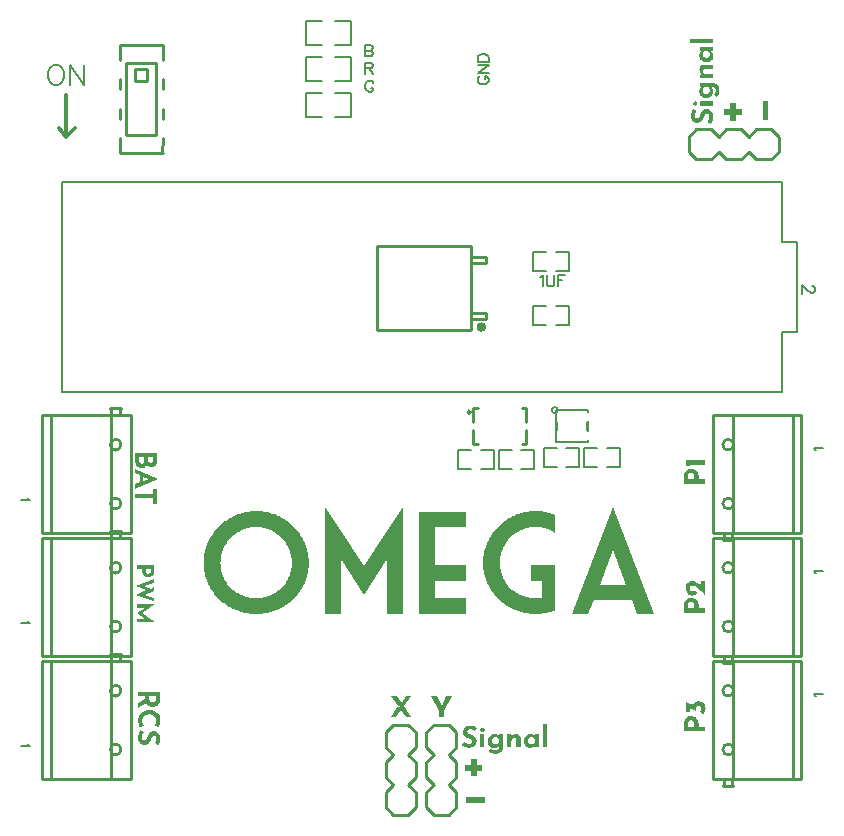
<source format=gto>
G04 Layer: TopSilkLayer*
G04 EasyEDA v6.4.5, 2020-09-03T12:26:06--7:00*
G04 e5bad7cf5beb4b60abe831444af73797,95dd31e7bbc04d03a1fa04b442bf807f,10*
G04 Gerber Generator version 0.2*
G04 Scale: 100 percent, Rotated: No, Reflected: No *
G04 Dimensions in millimeters *
G04 leading zeros omitted , absolute positions ,3 integer and 3 decimal *
%FSLAX33Y33*%
%MOMM*%
G90*
G71D02*

%ADD10C,0.254000*%
%ADD11C,0.399999*%
%ADD12C,0.299999*%
%ADD33C,0.200000*%
%ADD34C,0.199898*%
%ADD35C,0.160000*%
%ADD36C,0.203200*%
%ADD37C,0.159995*%
%ADD38C,0.152400*%

%LPD*%
G54D12*
G01X2794Y62206D02*
G01X2794Y58650D01*
G01X3556Y59412D01*
G01X2794Y58650D02*
G01X2159Y59412D01*
G54D33*
G01X43415Y42760D02*
G01X42315Y42760D01*
G01X42315Y44361D01*
G01X43415Y44361D01*
G01X44215Y42760D02*
G01X45315Y42760D01*
G01X45315Y43760D01*
G01X45315Y44361D01*
G01X44215Y44361D01*
G01X37864Y32169D02*
G01X38964Y32169D01*
G01X38964Y30568D01*
G01X37864Y30568D01*
G01X37064Y32169D02*
G01X35964Y32169D01*
G01X35964Y31169D01*
G01X35964Y30568D01*
G01X37064Y30568D01*
G01X41293Y32169D02*
G01X42393Y32169D01*
G01X42393Y30568D01*
G01X41293Y30568D01*
G01X40493Y32169D02*
G01X39393Y32169D01*
G01X39393Y31169D01*
G01X39393Y30568D01*
G01X40493Y30568D01*
G01X48532Y32296D02*
G01X49632Y32296D01*
G01X49632Y30695D01*
G01X48532Y30695D01*
G01X47732Y32296D02*
G01X46632Y32296D01*
G01X46632Y31296D01*
G01X46632Y30695D01*
G01X47732Y30695D01*
G01X44304Y30695D02*
G01X43204Y30695D01*
G01X43204Y32296D01*
G01X44304Y32296D01*
G01X45104Y30695D02*
G01X46204Y30695D01*
G01X46204Y31695D01*
G01X46204Y32296D01*
G01X45104Y32296D01*
G54D10*
G01X37247Y35662D02*
G01X37642Y35662D01*
G01X41355Y35662D02*
G01X41747Y35662D01*
G01X41747Y35662D02*
G01X41747Y34518D01*
G01X41747Y33807D02*
G01X41747Y32663D01*
G01X41747Y32663D02*
G01X41355Y32663D01*
G01X37642Y32663D02*
G01X37247Y32663D01*
G01X37247Y32663D02*
G01X37247Y33807D01*
G01X37247Y34518D02*
G01X37247Y35662D01*
G01X31750Y3810D02*
G01X32385Y3175D01*
G01X32385Y3175D02*
G01X32385Y1905D01*
G01X32385Y1905D02*
G01X31750Y1270D01*
G01X30480Y1270D02*
G01X29845Y1905D01*
G01X29845Y1905D02*
G01X29845Y3175D01*
G01X29845Y3175D02*
G01X30480Y3810D01*
G01X32385Y8255D02*
G01X32385Y6985D01*
G01X32385Y6985D02*
G01X31750Y6350D01*
G01X30480Y6350D02*
G01X29845Y6985D01*
G01X31750Y6350D02*
G01X32385Y5715D01*
G01X32385Y5715D02*
G01X32385Y4445D01*
G01X32385Y4445D02*
G01X31750Y3810D01*
G01X30480Y3810D02*
G01X29845Y4445D01*
G01X29845Y4445D02*
G01X29845Y5715D01*
G01X29845Y5715D02*
G01X30480Y6350D01*
G01X31750Y8890D02*
G01X30480Y8890D01*
G01X32385Y8255D02*
G01X31750Y8890D01*
G01X30480Y8890D02*
G01X29845Y8255D01*
G01X29845Y6985D02*
G01X29845Y8255D01*
G01X31750Y1270D02*
G01X30480Y1270D01*
G01X35179Y3810D02*
G01X35814Y3175D01*
G01X35814Y3175D02*
G01X35814Y1905D01*
G01X35814Y1905D02*
G01X35179Y1270D01*
G01X33909Y1270D02*
G01X33274Y1905D01*
G01X33274Y1905D02*
G01X33274Y3175D01*
G01X33274Y3175D02*
G01X33909Y3810D01*
G01X35814Y8255D02*
G01X35814Y6985D01*
G01X35814Y6985D02*
G01X35179Y6350D01*
G01X33909Y6350D02*
G01X33274Y6985D01*
G01X35179Y6350D02*
G01X35814Y5715D01*
G01X35814Y5715D02*
G01X35814Y4445D01*
G01X35814Y4445D02*
G01X35179Y3810D01*
G01X33909Y3810D02*
G01X33274Y4445D01*
G01X33274Y4445D02*
G01X33274Y5715D01*
G01X33274Y5715D02*
G01X33909Y6350D01*
G01X35179Y8890D02*
G01X33909Y8890D01*
G01X35814Y8255D02*
G01X35179Y8890D01*
G01X33909Y8890D02*
G01X33274Y8255D01*
G01X33274Y6985D02*
G01X33274Y8255D01*
G01X35179Y1270D02*
G01X33909Y1270D01*
G01X60579Y58674D02*
G01X61214Y59309D01*
G01X61214Y59309D02*
G01X62484Y59309D01*
G01X62484Y59309D02*
G01X63119Y58674D01*
G01X63119Y57404D02*
G01X62484Y56769D01*
G01X62484Y56769D02*
G01X61214Y56769D01*
G01X61214Y56769D02*
G01X60579Y57404D01*
G01X56134Y59309D02*
G01X57404Y59309D01*
G01X57404Y59309D02*
G01X58039Y58674D01*
G01X58039Y57404D02*
G01X57404Y56769D01*
G01X58039Y58674D02*
G01X58674Y59309D01*
G01X58674Y59309D02*
G01X59944Y59309D01*
G01X59944Y59309D02*
G01X60579Y58674D01*
G01X60579Y57404D02*
G01X59944Y56769D01*
G01X59944Y56769D02*
G01X58674Y56769D01*
G01X58674Y56769D02*
G01X58039Y57404D01*
G01X55499Y58674D02*
G01X55499Y57404D01*
G01X56134Y59309D02*
G01X55499Y58674D01*
G01X55499Y57404D02*
G01X56134Y56769D01*
G01X57404Y56769D02*
G01X56134Y56769D01*
G01X63119Y58674D02*
G01X63119Y57404D01*
G01X37030Y43247D02*
G01X38330Y43247D01*
G01X38330Y43747D01*
G01X37030Y43747D01*
G01X37026Y47970D02*
G01X38326Y47970D01*
G01X38326Y48470D01*
G01X37026Y48470D01*
G01X29081Y42274D02*
G01X37030Y42274D01*
G01X37030Y49420D01*
G01X29081Y49420D01*
G01X29081Y42274D01*
G01X8636Y64389D02*
G01X9652Y64389D01*
G01X9652Y63373D01*
G01X8636Y63373D01*
G01X8636Y64389D01*
G01X7874Y64897D02*
G01X10414Y64897D01*
G01X10414Y58801D01*
G01X7874Y58801D01*
G01X7874Y64897D01*
G01X10944Y66448D02*
G01X10944Y65174D01*
G01X10944Y63523D02*
G01X10944Y62674D01*
G01X10944Y61023D02*
G01X10944Y60174D01*
G01X10944Y58523D02*
G01X10922Y57277D01*
G01X7366Y57277D02*
G01X7366Y58529D01*
G01X7366Y60168D02*
G01X7366Y61029D01*
G01X7366Y62668D02*
G01X7366Y63529D01*
G01X7366Y65168D02*
G01X7366Y66448D01*
G01X10944Y66448D02*
G01X7366Y66448D01*
G01X7366Y57277D02*
G01X10944Y57277D01*
G54D34*
G01X25573Y63354D02*
G01X26893Y63354D01*
G01X26893Y65424D01*
G01X25573Y65424D01*
G01X24441Y63354D02*
G01X23121Y63354D01*
G01X23121Y65424D01*
G01X24441Y65424D01*
G54D33*
G01X43415Y47332D02*
G01X42315Y47332D01*
G01X42315Y48933D01*
G01X43415Y48933D01*
G01X44215Y47332D02*
G01X45315Y47332D01*
G01X45315Y48332D01*
G01X45315Y48933D01*
G01X44215Y48933D01*
G54D35*
G01X46922Y32959D02*
G01X46922Y32822D01*
G01X44212Y32822D01*
G01X46922Y34559D02*
G01X46922Y33766D01*
G01X44212Y35513D02*
G01X46922Y35513D01*
G01X46922Y35366D01*
G01X44212Y32803D02*
G01X44212Y35513D01*
G01X46872Y33847D02*
G01X46872Y34478D01*
G01X44313Y34478D02*
G01X44313Y33847D01*
G54D34*
G01X25573Y66402D02*
G01X26893Y66402D01*
G01X26893Y68472D01*
G01X25573Y68472D01*
G01X24441Y66402D02*
G01X23121Y66402D01*
G01X23121Y68472D01*
G01X24441Y68472D01*
G01X25573Y60306D02*
G01X26893Y60306D01*
G01X26893Y62376D01*
G01X25573Y62376D01*
G01X24441Y60306D02*
G01X23121Y60306D01*
G01X23121Y62376D01*
G01X24441Y62376D01*
G54D10*
G01X57505Y14681D02*
G01X57505Y24688D01*
G01X57505Y24688D02*
G01X59232Y24688D01*
G01X59232Y24688D02*
G01X64287Y24688D01*
G01X64287Y24688D02*
G01X65024Y24688D01*
G01X65024Y24688D02*
G01X65024Y14681D01*
G01X65024Y14681D02*
G01X64287Y14681D01*
G01X64287Y14681D02*
G01X59232Y14681D01*
G01X59232Y14681D02*
G01X59105Y14681D01*
G01X59105Y14681D02*
G01X58521Y14681D01*
G01X58521Y14681D02*
G01X57505Y14681D01*
G01X58521Y14681D02*
G01X58369Y14097D01*
G01X58369Y14097D02*
G01X59258Y14097D01*
G01X59258Y14097D02*
G01X59105Y14681D01*
G01X59232Y14681D02*
G01X59232Y24688D01*
G01X64287Y14681D02*
G01X64287Y24688D01*
G01X57505Y25095D02*
G01X57505Y35102D01*
G01X57505Y35102D02*
G01X59232Y35102D01*
G01X59232Y35102D02*
G01X64287Y35102D01*
G01X64287Y35102D02*
G01X65024Y35102D01*
G01X65024Y35102D02*
G01X65024Y25095D01*
G01X65024Y25095D02*
G01X64287Y25095D01*
G01X64287Y25095D02*
G01X59232Y25095D01*
G01X59232Y25095D02*
G01X59105Y25095D01*
G01X59105Y25095D02*
G01X58521Y25095D01*
G01X58521Y25095D02*
G01X57505Y25095D01*
G01X58521Y25095D02*
G01X58369Y24511D01*
G01X58369Y24511D02*
G01X59258Y24511D01*
G01X59258Y24511D02*
G01X59105Y25095D01*
G01X59232Y25095D02*
G01X59232Y35102D01*
G01X64287Y25095D02*
G01X64287Y35102D01*
G01X57505Y4267D02*
G01X57505Y14274D01*
G01X57505Y14274D02*
G01X59232Y14274D01*
G01X59232Y14274D02*
G01X64287Y14274D01*
G01X64287Y14274D02*
G01X65024Y14274D01*
G01X65024Y14274D02*
G01X65024Y4267D01*
G01X65024Y4267D02*
G01X64287Y4267D01*
G01X64287Y4267D02*
G01X59232Y4267D01*
G01X59232Y4267D02*
G01X59105Y4267D01*
G01X59105Y4267D02*
G01X58521Y4267D01*
G01X58521Y4267D02*
G01X57505Y4267D01*
G01X58521Y4267D02*
G01X58369Y3683D01*
G01X58369Y3683D02*
G01X59258Y3683D01*
G01X59258Y3683D02*
G01X59105Y4267D01*
G01X59232Y4267D02*
G01X59232Y14274D01*
G01X64287Y4267D02*
G01X64287Y14274D01*
G01X8280Y35102D02*
G01X8280Y25095D01*
G01X8280Y25095D02*
G01X6553Y25095D01*
G01X6553Y25095D02*
G01X1498Y25095D01*
G01X1498Y25095D02*
G01X762Y25095D01*
G01X762Y25095D02*
G01X762Y35102D01*
G01X762Y35102D02*
G01X1498Y35102D01*
G01X1498Y35102D02*
G01X6553Y35102D01*
G01X6553Y35102D02*
G01X6680Y35102D01*
G01X6680Y35102D02*
G01X7264Y35102D01*
G01X7264Y35102D02*
G01X8280Y35102D01*
G01X7264Y35102D02*
G01X7416Y35687D01*
G01X7416Y35687D02*
G01X6527Y35687D01*
G01X6527Y35687D02*
G01X6680Y35102D01*
G01X6553Y35102D02*
G01X6553Y25095D01*
G01X1498Y35102D02*
G01X1498Y25095D01*
G01X8280Y24688D02*
G01X8280Y14681D01*
G01X8280Y14681D02*
G01X6553Y14681D01*
G01X6553Y14681D02*
G01X1498Y14681D01*
G01X1498Y14681D02*
G01X762Y14681D01*
G01X762Y14681D02*
G01X762Y24688D01*
G01X762Y24688D02*
G01X1498Y24688D01*
G01X1498Y24688D02*
G01X6553Y24688D01*
G01X6553Y24688D02*
G01X6680Y24688D01*
G01X6680Y24688D02*
G01X7264Y24688D01*
G01X7264Y24688D02*
G01X8280Y24688D01*
G01X7264Y24688D02*
G01X7416Y25273D01*
G01X7416Y25273D02*
G01X6527Y25273D01*
G01X6527Y25273D02*
G01X6680Y24688D01*
G01X6553Y24688D02*
G01X6553Y14681D01*
G01X1498Y24688D02*
G01X1498Y14681D01*
G01X8280Y14274D02*
G01X8280Y4267D01*
G01X8280Y4267D02*
G01X6553Y4267D01*
G01X6553Y4267D02*
G01X1498Y4267D01*
G01X1498Y4267D02*
G01X762Y4267D01*
G01X762Y4267D02*
G01X762Y14274D01*
G01X762Y14274D02*
G01X1498Y14274D01*
G01X1498Y14274D02*
G01X6553Y14274D01*
G01X6553Y14274D02*
G01X6680Y14274D01*
G01X6680Y14274D02*
G01X7264Y14274D01*
G01X7264Y14274D02*
G01X8280Y14274D01*
G01X7264Y14274D02*
G01X7416Y14859D01*
G01X7416Y14859D02*
G01X6527Y14859D01*
G01X6527Y14859D02*
G01X6680Y14274D01*
G01X6553Y14274D02*
G01X6553Y4267D01*
G01X1498Y14274D02*
G01X1498Y4267D01*
G54D36*
G01X64614Y49785D02*
G01X64614Y42165D01*
G01X63344Y42165D01*
G01X63344Y37085D01*
G01X2384Y37085D01*
G01X2384Y54865D01*
G01X63344Y54865D01*
G01X63344Y49785D01*
G01X64614Y49785D01*

%LPD*%
G36*
G01X56896Y31272D02*
G01X55237Y31272D01*
G01X55237Y30774D01*
G01X55587Y30774D01*
G01X55587Y30906D01*
G01X56896Y30906D01*
G01X56896Y31272D01*
G37*

%LPD*%
G36*
G01X55732Y30559D02*
G01X55676Y30561D01*
G01X55499Y30540D01*
G01X55346Y30480D01*
G01X55224Y30377D01*
G01X55133Y30238D01*
G01X55099Y30155D01*
G01X55076Y30063D01*
G01X55061Y29963D01*
G01X55057Y29855D01*
G01X55057Y29296D01*
G01X56896Y29296D01*
G01X56896Y29659D01*
G01X56314Y29659D01*
G01X56314Y29918D01*
G01X56300Y30084D01*
G01X56258Y30223D01*
G01X56191Y30333D01*
G01X56108Y30421D01*
G01X56061Y30455D01*
G01X56011Y30485D01*
G01X55958Y30508D01*
G01X55902Y30528D01*
G01X55845Y30542D01*
G01X55789Y30553D01*
G01X55732Y30559D01*
G37*

%LPC*%
G36*
G01X55704Y30197D02*
G01X55686Y30198D01*
G01X55671Y30197D01*
G01X55654Y30196D01*
G01X55635Y30193D01*
G01X55613Y30190D01*
G01X55589Y30185D01*
G01X55565Y30177D01*
G01X55542Y30167D01*
G01X55519Y30154D01*
G01X55495Y30139D01*
G01X55475Y30119D01*
G01X55455Y30097D01*
G01X55438Y30071D01*
G01X55423Y30040D01*
G01X55413Y30005D01*
G01X55407Y29964D01*
G01X55405Y29918D01*
G01X55405Y29659D01*
G01X55961Y29659D01*
G01X55961Y29916D01*
G01X55959Y29956D01*
G01X55954Y29992D01*
G01X55945Y30024D01*
G01X55933Y30053D01*
G01X55917Y30079D01*
G01X55899Y30102D01*
G01X55880Y30122D01*
G01X55859Y30139D01*
G01X55837Y30154D01*
G01X55815Y30167D01*
G01X55792Y30177D01*
G01X55768Y30185D01*
G01X55744Y30190D01*
G01X55724Y30195D01*
G01X55704Y30197D01*
G37*

%LPD*%

%LPD*%
G36*
G01X56896Y21059D02*
G01X56545Y21059D01*
G01X56545Y20648D01*
G01X56492Y20691D01*
G01X56393Y20769D01*
G01X56343Y20807D01*
G01X56293Y20843D01*
G01X56243Y20877D01*
G01X56192Y20909D01*
G01X56141Y20938D01*
G01X56090Y20963D01*
G01X56038Y20986D01*
G01X55986Y21005D01*
G01X55932Y21020D01*
G01X55878Y21030D01*
G01X55823Y21036D01*
G01X55768Y21038D01*
G01X55630Y21021D01*
G01X55499Y20967D01*
G01X55386Y20882D01*
G01X55295Y20769D01*
G01X55238Y20631D01*
G01X55219Y20469D01*
G01X55239Y20275D01*
G01X55298Y20114D01*
G01X55390Y19984D01*
G01X55504Y19890D01*
G01X55631Y19833D01*
G01X55765Y19814D01*
G01X55798Y19816D01*
G01X55834Y19821D01*
G01X55874Y19828D01*
G01X55918Y19839D01*
G01X55963Y19855D01*
G01X56007Y19873D01*
G01X56049Y19894D01*
G01X56090Y19918D01*
G01X56129Y19945D01*
G01X56161Y19975D01*
G01X56187Y20007D01*
G01X56207Y20043D01*
G01X56007Y20264D01*
G01X55982Y20242D01*
G01X55955Y20223D01*
G01X55927Y20206D01*
G01X55897Y20193D01*
G01X55866Y20181D01*
G01X55831Y20173D01*
G01X55795Y20169D01*
G01X55755Y20167D01*
G01X55738Y20168D01*
G01X55721Y20171D01*
G01X55705Y20176D01*
G01X55689Y20182D01*
G01X55673Y20192D01*
G01X55658Y20203D01*
G01X55642Y20215D01*
G01X55628Y20228D01*
G01X55615Y20244D01*
G01X55603Y20262D01*
G01X55593Y20282D01*
G01X55585Y20304D01*
G01X55577Y20328D01*
G01X55572Y20353D01*
G01X55568Y20378D01*
G01X55567Y20406D01*
G01X55568Y20434D01*
G01X55572Y20461D01*
G01X55577Y20486D01*
G01X55585Y20510D01*
G01X55593Y20532D01*
G01X55604Y20553D01*
G01X55616Y20573D01*
G01X55631Y20591D01*
G01X55647Y20607D01*
G01X55664Y20620D01*
G01X55683Y20632D01*
G01X55704Y20642D01*
G01X55726Y20651D01*
G01X55748Y20657D01*
G01X55772Y20661D01*
G01X55798Y20662D01*
G01X55920Y20646D01*
G01X56045Y20596D01*
G01X56175Y20518D01*
G01X56309Y20416D01*
G01X56378Y20357D01*
G01X56448Y20295D01*
G01X56519Y20229D01*
G01X56591Y20159D01*
G01X56665Y20087D01*
G01X56741Y20014D01*
G01X56817Y19939D01*
G01X56896Y19862D01*
G01X56896Y21059D01*
G37*

%LPD*%
G36*
G01X55732Y19637D02*
G01X55676Y19639D01*
G01X55499Y19618D01*
G01X55346Y19558D01*
G01X55224Y19455D01*
G01X55133Y19316D01*
G01X55099Y19233D01*
G01X55076Y19141D01*
G01X55061Y19041D01*
G01X55057Y18933D01*
G01X55057Y18374D01*
G01X56896Y18374D01*
G01X56896Y18737D01*
G01X56314Y18737D01*
G01X56314Y18996D01*
G01X56300Y19162D01*
G01X56258Y19301D01*
G01X56191Y19411D01*
G01X56108Y19499D01*
G01X56061Y19533D01*
G01X56011Y19563D01*
G01X55958Y19586D01*
G01X55902Y19606D01*
G01X55845Y19620D01*
G01X55789Y19631D01*
G01X55732Y19637D01*
G37*

%LPC*%
G36*
G01X55704Y19275D02*
G01X55686Y19276D01*
G01X55671Y19275D01*
G01X55654Y19274D01*
G01X55635Y19271D01*
G01X55613Y19268D01*
G01X55589Y19263D01*
G01X55565Y19255D01*
G01X55542Y19245D01*
G01X55519Y19232D01*
G01X55495Y19217D01*
G01X55475Y19197D01*
G01X55455Y19175D01*
G01X55438Y19149D01*
G01X55423Y19118D01*
G01X55413Y19083D01*
G01X55407Y19042D01*
G01X55405Y18996D01*
G01X55405Y18737D01*
G01X55961Y18737D01*
G01X55961Y18994D01*
G01X55959Y19034D01*
G01X55954Y19070D01*
G01X55945Y19102D01*
G01X55933Y19131D01*
G01X55917Y19157D01*
G01X55899Y19180D01*
G01X55880Y19200D01*
G01X55859Y19217D01*
G01X55837Y19232D01*
G01X55815Y19245D01*
G01X55792Y19255D01*
G01X55768Y19263D01*
G01X55744Y19268D01*
G01X55724Y19273D01*
G01X55704Y19275D01*
G37*

%LPD*%

%LPD*%
G36*
G01X56509Y10840D02*
G01X56342Y10861D01*
G01X56201Y10850D01*
G01X56088Y10817D01*
G01X56041Y10794D01*
G01X55999Y10767D01*
G01X55962Y10737D01*
G01X55930Y10703D01*
G01X55903Y10666D01*
G01X55882Y10627D01*
G01X55864Y10586D01*
G01X55852Y10543D01*
G01X55846Y10518D01*
G01X55237Y10833D01*
G01X55237Y9931D01*
G01X55587Y9931D01*
G01X55587Y10326D01*
G01X56093Y10055D01*
G01X56103Y10063D01*
G01X56098Y10082D01*
G01X56094Y10101D01*
G01X56088Y10139D01*
G01X56084Y10162D01*
G01X56082Y10188D01*
G01X56081Y10219D01*
G01X56080Y10253D01*
G01X56084Y10305D01*
G01X56097Y10351D01*
G01X56117Y10390D01*
G01X56146Y10424D01*
G01X56181Y10452D01*
G01X56222Y10471D01*
G01X56269Y10483D01*
G01X56321Y10487D01*
G01X56360Y10485D01*
G01X56395Y10478D01*
G01X56427Y10467D01*
G01X56456Y10452D01*
G01X56481Y10433D01*
G01X56503Y10411D01*
G01X56522Y10388D01*
G01X56537Y10363D01*
G01X56550Y10337D01*
G01X56558Y10311D01*
G01X56564Y10283D01*
G01X56565Y10256D01*
G01X56562Y10214D01*
G01X56554Y10174D01*
G01X56539Y10133D01*
G01X56520Y10093D01*
G01X56498Y10058D01*
G01X56475Y10027D01*
G01X56452Y10000D01*
G01X56428Y9979D01*
G01X56728Y9794D01*
G01X56806Y9887D01*
G01X56865Y10010D01*
G01X56903Y10141D01*
G01X56916Y10266D01*
G01X56899Y10418D01*
G01X56847Y10558D01*
G01X56765Y10680D01*
G01X56652Y10777D01*
G01X56509Y10840D01*
G37*

%LPD*%
G36*
G01X55732Y9604D02*
G01X55676Y9606D01*
G01X55499Y9585D01*
G01X55346Y9525D01*
G01X55224Y9422D01*
G01X55133Y9283D01*
G01X55099Y9200D01*
G01X55076Y9108D01*
G01X55061Y9008D01*
G01X55057Y8900D01*
G01X55057Y8341D01*
G01X56896Y8341D01*
G01X56896Y8704D01*
G01X56314Y8704D01*
G01X56314Y8963D01*
G01X56300Y9129D01*
G01X56258Y9268D01*
G01X56191Y9378D01*
G01X56108Y9466D01*
G01X56061Y9500D01*
G01X56011Y9530D01*
G01X55958Y9553D01*
G01X55902Y9573D01*
G01X55845Y9587D01*
G01X55789Y9598D01*
G01X55732Y9604D01*
G37*

%LPC*%
G36*
G01X55704Y9242D02*
G01X55686Y9243D01*
G01X55671Y9242D01*
G01X55654Y9241D01*
G01X55635Y9238D01*
G01X55613Y9235D01*
G01X55589Y9230D01*
G01X55565Y9222D01*
G01X55542Y9212D01*
G01X55519Y9199D01*
G01X55495Y9184D01*
G01X55475Y9164D01*
G01X55455Y9142D01*
G01X55438Y9116D01*
G01X55423Y9085D01*
G01X55413Y9050D01*
G01X55407Y9009D01*
G01X55405Y8963D01*
G01X55405Y8704D01*
G01X55961Y8704D01*
G01X55961Y8961D01*
G01X55959Y9001D01*
G01X55954Y9037D01*
G01X55945Y9069D01*
G01X55933Y9098D01*
G01X55917Y9124D01*
G01X55899Y9147D01*
G01X55880Y9167D01*
G01X55859Y9184D01*
G01X55837Y9199D01*
G01X55815Y9212D01*
G01X55792Y9222D01*
G01X55768Y9230D01*
G01X55744Y9235D01*
G01X55724Y9240D01*
G01X55704Y9242D01*
G37*

%LPD*%

%LPD*%
G36*
G01X30775Y11340D02*
G01X30313Y11340D01*
G01X30891Y10451D01*
G01X30287Y9501D01*
G01X30737Y9501D01*
G01X31096Y10136D01*
G01X30891Y10451D01*
G01X30943Y10532D01*
G01X31113Y10166D01*
G01X31096Y10136D01*
G01X31509Y9501D01*
G01X31977Y9501D01*
G01X31372Y10426D01*
G01X31959Y11340D01*
G01X31517Y11340D01*
G01X31174Y10729D01*
G01X30775Y11340D01*
G37*

%LPD*%

%LPD*%
G36*
G01X34141Y11340D02*
G01X33691Y11340D01*
G01X34369Y10072D01*
G01X34369Y9501D01*
G01X34732Y9501D01*
G01X34732Y10072D01*
G01X35421Y11340D01*
G01X34974Y11340D01*
G01X34562Y10493D01*
G01X34616Y10385D01*
G01X34506Y10377D01*
G01X34562Y10493D01*
G01X34141Y11340D01*
G37*

%LPD*%

%LPD*%
G36*
G01X38235Y2747D02*
G01X36602Y2747D01*
G01X36602Y2262D01*
G01X38235Y2262D01*
G01X38235Y2747D01*
G37*

%LPD*%

%LPD*%
G36*
G01X37531Y5986D02*
G01X37045Y5986D01*
G01X37045Y5506D01*
G01X36550Y5506D01*
G01X36550Y4998D01*
G01X37045Y4998D01*
G01X37045Y4518D01*
G01X37531Y4518D01*
G01X37531Y4998D01*
G01X38018Y4998D01*
G01X38018Y5506D01*
G01X37531Y5506D01*
G01X37531Y5986D01*
G37*

%LPD*%

%LPD*%
G36*
G01X38051Y8616D02*
G01X38017Y8619D01*
G01X37983Y8616D01*
G01X37950Y8607D01*
G01X37917Y8591D01*
G01X37885Y8568D01*
G01X37858Y8542D01*
G01X37839Y8512D01*
G01X37827Y8478D01*
G01X37824Y8441D01*
G01X37828Y8404D01*
G01X37839Y8370D01*
G01X37858Y8340D01*
G01X37885Y8314D01*
G01X37917Y8293D01*
G01X37949Y8278D01*
G01X37983Y8269D01*
G01X38017Y8266D01*
G01X38051Y8269D01*
G01X38085Y8278D01*
G01X38116Y8293D01*
G01X38146Y8314D01*
G01X38172Y8340D01*
G01X38190Y8370D01*
G01X38201Y8404D01*
G01X38205Y8441D01*
G01X38201Y8478D01*
G01X38190Y8512D01*
G01X38172Y8542D01*
G01X38146Y8568D01*
G01X38116Y8591D01*
G01X38085Y8607D01*
G01X38051Y8616D01*
G37*

%LPD*%
G36*
G01X43495Y8934D02*
G01X43145Y8934D01*
G01X43145Y6961D01*
G01X43495Y6961D01*
G01X43495Y8934D01*
G37*

%LPD*%
G36*
G01X41027Y8083D02*
G01X40884Y8106D01*
G01X40744Y8090D01*
G01X40628Y8043D01*
G01X40578Y8008D01*
G01X40534Y7969D01*
G01X40496Y7924D01*
G01X40467Y7878D01*
G01X40442Y8053D01*
G01X40125Y8053D01*
G01X40125Y6961D01*
G01X40475Y6961D01*
G01X40475Y7405D01*
G01X40477Y7462D01*
G01X40483Y7516D01*
G01X40493Y7566D01*
G01X40506Y7613D01*
G01X40524Y7656D01*
G01X40546Y7693D01*
G01X40571Y7727D01*
G01X40600Y7756D01*
G01X40630Y7779D01*
G01X40664Y7796D01*
G01X40700Y7805D01*
G01X40740Y7809D01*
G01X40779Y7806D01*
G01X40812Y7797D01*
G01X40840Y7783D01*
G01X40861Y7763D01*
G01X40877Y7740D01*
G01X40889Y7713D01*
G01X40896Y7683D01*
G01X40900Y7649D01*
G01X40900Y6961D01*
G01X41250Y6961D01*
G01X41250Y7779D01*
G01X41222Y7910D01*
G01X41143Y8015D01*
G01X41027Y8083D01*
G37*

%LPD*%
G36*
G01X38182Y8053D02*
G01X37831Y8053D01*
G01X37831Y6961D01*
G01X38182Y6961D01*
G01X38182Y8053D01*
G37*

%LPD*%
G36*
G01X37143Y8797D02*
G01X36942Y8810D01*
G01X36782Y8787D01*
G01X36643Y8734D01*
G01X36528Y8653D01*
G01X36442Y8548D01*
G01X36387Y8421D01*
G01X36368Y8271D01*
G01X36371Y8208D01*
G01X36381Y8149D01*
G01X36397Y8096D01*
G01X36419Y8048D01*
G01X36445Y8004D01*
G01X36475Y7964D01*
G01X36508Y7928D01*
G01X36546Y7895D01*
G01X36586Y7866D01*
G01X36627Y7839D01*
G01X36670Y7814D01*
G01X36714Y7791D01*
G01X36759Y7770D01*
G01X36847Y7732D01*
G01X36889Y7715D01*
G01X36925Y7701D01*
G01X36960Y7685D01*
G01X36992Y7669D01*
G01X37024Y7652D01*
G01X37053Y7632D01*
G01X37078Y7611D01*
G01X37101Y7590D01*
G01X37120Y7568D01*
G01X37137Y7544D01*
G01X37149Y7520D01*
G01X37156Y7495D01*
G01X37158Y7469D01*
G01X37155Y7431D01*
G01X37147Y7397D01*
G01X37132Y7368D01*
G01X37112Y7344D01*
G01X37090Y7323D01*
G01X37064Y7305D01*
G01X37035Y7290D01*
G01X37003Y7278D01*
G01X36970Y7271D01*
G01X36937Y7265D01*
G01X36904Y7261D01*
G01X36871Y7260D01*
G01X36839Y7261D01*
G01X36804Y7265D01*
G01X36768Y7272D01*
G01X36729Y7281D01*
G01X36691Y7292D01*
G01X36653Y7305D01*
G01X36615Y7320D01*
G01X36577Y7337D01*
G01X36539Y7355D01*
G01X36503Y7375D01*
G01X36468Y7397D01*
G01X36434Y7420D01*
G01X36274Y7138D01*
G01X36323Y7106D01*
G01X36373Y7076D01*
G01X36425Y7050D01*
G01X36477Y7027D01*
G01X36530Y7006D01*
G01X36583Y6989D01*
G01X36636Y6973D01*
G01X36691Y6961D01*
G01X36745Y6951D01*
G01X36799Y6945D01*
G01X36852Y6941D01*
G01X36904Y6940D01*
G01X37094Y6959D01*
G01X37250Y7014D01*
G01X37373Y7099D01*
G01X37463Y7207D01*
G01X37516Y7333D01*
G01X37534Y7469D01*
G01X37532Y7532D01*
G01X37524Y7591D01*
G01X37513Y7644D01*
G01X37496Y7692D01*
G01X37477Y7736D01*
G01X37453Y7776D01*
G01X37427Y7812D01*
G01X37397Y7845D01*
G01X37364Y7874D01*
G01X37330Y7900D01*
G01X37293Y7924D01*
G01X37255Y7946D01*
G01X37216Y7967D01*
G01X37176Y7985D01*
G01X37137Y8003D01*
G01X37097Y8017D01*
G01X37053Y8034D01*
G01X37010Y8052D01*
G01X36968Y8071D01*
G01X36927Y8091D01*
G01X36888Y8112D01*
G01X36853Y8134D01*
G01X36822Y8157D01*
G01X36795Y8182D01*
G01X36773Y8209D01*
G01X36757Y8237D01*
G01X36747Y8267D01*
G01X36744Y8299D01*
G01X36748Y8343D01*
G01X36761Y8382D01*
G01X36783Y8415D01*
G01X36813Y8441D01*
G01X36849Y8461D01*
G01X36892Y8475D01*
G01X36942Y8484D01*
G01X36998Y8487D01*
G01X37046Y8485D01*
G01X37096Y8479D01*
G01X37148Y8467D01*
G01X37201Y8452D01*
G01X37256Y8431D01*
G01X37310Y8408D01*
G01X37362Y8383D01*
G01X37415Y8355D01*
G01X37552Y8632D01*
G01X37435Y8701D01*
G01X37303Y8759D01*
G01X37143Y8797D01*
G37*

%LPD*%
G36*
G01X42201Y8095D02*
G01X42058Y8109D01*
G01X41924Y8090D01*
G01X41796Y8035D01*
G01X41686Y7946D01*
G01X41601Y7827D01*
G01X41544Y7678D01*
G01X41524Y7507D01*
G01X41543Y7326D01*
G01X41598Y7182D01*
G01X41682Y7069D01*
G01X41794Y6991D01*
G01X41925Y6945D01*
G01X42071Y6930D01*
G01X42117Y6932D01*
G01X42161Y6938D01*
G01X42201Y6947D01*
G01X42238Y6961D01*
G01X42272Y6975D01*
G01X42304Y6991D01*
G01X42332Y7008D01*
G01X42358Y7027D01*
G01X42380Y7045D01*
G01X42400Y7063D01*
G01X42417Y7079D01*
G01X42431Y7095D01*
G01X42434Y7098D01*
G01X42434Y6961D01*
G01X42784Y6961D01*
G01X42784Y8053D01*
G01X42459Y8053D01*
G01X42436Y7942D01*
G01X42413Y7967D01*
G01X42380Y7997D01*
G01X42344Y8027D01*
G01X42304Y8055D01*
G01X42201Y8095D01*
G37*

%LPC*%
G36*
G01X42190Y7823D02*
G01X42157Y7824D01*
G01X42120Y7822D01*
G01X42085Y7814D01*
G01X42051Y7801D01*
G01X42017Y7784D01*
G01X41987Y7763D01*
G01X41961Y7738D01*
G01X41937Y7709D01*
G01X41918Y7677D01*
G01X41901Y7642D01*
G01X41890Y7605D01*
G01X41883Y7565D01*
G01X41880Y7522D01*
G01X41883Y7480D01*
G01X41890Y7439D01*
G01X41903Y7401D01*
G01X41921Y7364D01*
G01X41942Y7332D01*
G01X41966Y7303D01*
G01X41993Y7277D01*
G01X42025Y7255D01*
G01X42059Y7237D01*
G01X42094Y7225D01*
G01X42131Y7217D01*
G01X42170Y7215D01*
G01X42201Y7216D01*
G01X42230Y7220D01*
G01X42256Y7226D01*
G01X42281Y7235D01*
G01X42306Y7245D01*
G01X42329Y7257D01*
G01X42350Y7272D01*
G01X42370Y7288D01*
G01X42388Y7308D01*
G01X42404Y7330D01*
G01X42420Y7354D01*
G01X42434Y7380D01*
G01X42434Y7649D01*
G01X42423Y7675D01*
G01X42409Y7699D01*
G01X42393Y7722D01*
G01X42375Y7743D01*
G01X42354Y7761D01*
G01X42331Y7776D01*
G01X42306Y7790D01*
G01X42279Y7801D01*
G01X42251Y7812D01*
G01X42221Y7819D01*
G01X42190Y7823D01*
G37*

%LPD*%
G36*
G01X39148Y8099D02*
G01X39015Y8109D01*
G01X38877Y8089D01*
G01X38746Y8030D01*
G01X38629Y7939D01*
G01X38537Y7819D01*
G01X38476Y7675D01*
G01X38456Y7514D01*
G01X38475Y7355D01*
G01X38532Y7215D01*
G01X38619Y7096D01*
G01X38733Y7006D01*
G01X38865Y6949D01*
G01X39007Y6930D01*
G01X39161Y6946D01*
G01X39282Y6994D01*
G01X39330Y7027D01*
G01X39370Y7063D01*
G01X39402Y7102D01*
G01X39414Y7122D01*
G01X39414Y6966D01*
G01X39411Y6926D01*
G01X39403Y6890D01*
G01X39389Y6857D01*
G01X39371Y6829D01*
G01X39347Y6802D01*
G01X39320Y6780D01*
G01X39290Y6760D01*
G01X39256Y6745D01*
G01X39220Y6733D01*
G01X39182Y6724D01*
G01X39142Y6718D01*
G01X39101Y6717D01*
G01X39042Y6720D01*
G01X38989Y6729D01*
G01X38942Y6744D01*
G01X38901Y6765D01*
G01X38864Y6789D01*
G01X38829Y6814D01*
G01X38796Y6840D01*
G01X38766Y6867D01*
G01X38563Y6625D01*
G01X38591Y6602D01*
G01X38621Y6579D01*
G01X38653Y6555D01*
G01X38687Y6531D01*
G01X38724Y6507D01*
G01X38764Y6484D01*
G01X38809Y6464D01*
G01X38857Y6445D01*
G01X38971Y6418D01*
G01X39106Y6409D01*
G01X39279Y6428D01*
G01X39437Y6483D01*
G01X39570Y6567D01*
G01X39675Y6676D01*
G01X39742Y6809D01*
G01X39764Y6961D01*
G01X39764Y8053D01*
G01X39442Y8053D01*
G01X39415Y7968D01*
G01X39387Y7995D01*
G01X39352Y8021D01*
G01X39310Y8046D01*
G01X39261Y8068D01*
G01X39148Y8099D01*
G37*

%LPC*%
G36*
G01X39148Y7823D02*
G01X39111Y7824D01*
G01X39070Y7822D01*
G01X39032Y7814D01*
G01X38994Y7801D01*
G01X38959Y7784D01*
G01X38927Y7763D01*
G01X38898Y7738D01*
G01X38872Y7709D01*
G01X38850Y7677D01*
G01X38832Y7642D01*
G01X38819Y7605D01*
G01X38812Y7565D01*
G01X38809Y7522D01*
G01X38812Y7480D01*
G01X38819Y7439D01*
G01X38832Y7401D01*
G01X38850Y7364D01*
G01X38872Y7332D01*
G01X38898Y7303D01*
G01X38927Y7277D01*
G01X38959Y7255D01*
G01X38994Y7237D01*
G01X39032Y7225D01*
G01X39070Y7217D01*
G01X39111Y7215D01*
G01X39147Y7216D01*
G01X39181Y7220D01*
G01X39212Y7226D01*
G01X39241Y7235D01*
G01X39268Y7245D01*
G01X39294Y7257D01*
G01X39318Y7272D01*
G01X39340Y7288D01*
G01X39362Y7308D01*
G01X39381Y7330D01*
G01X39398Y7354D01*
G01X39414Y7380D01*
G01X39414Y7649D01*
G01X39401Y7675D01*
G01X39386Y7699D01*
G01X39368Y7722D01*
G01X39348Y7743D01*
G01X39324Y7761D01*
G01X39299Y7776D01*
G01X39272Y7790D01*
G01X39244Y7801D01*
G01X39214Y7812D01*
G01X39182Y7819D01*
G01X39148Y7823D01*
G37*

%LPD*%
G01X1760Y64763D02*
G01X1597Y64680D01*
G01X1432Y64517D01*
G01X1351Y64352D01*
G01X1270Y64108D01*
G01X1270Y63699D01*
G01X1351Y63453D01*
G01X1432Y63290D01*
G01X1597Y63125D01*
G01X1760Y63044D01*
G01X2087Y63044D01*
G01X2252Y63125D01*
G01X2415Y63290D01*
G01X2496Y63453D01*
G01X2578Y63699D01*
G01X2578Y64108D01*
G01X2496Y64352D01*
G01X2415Y64517D01*
G01X2252Y64680D01*
G01X2087Y64763D01*
G01X1760Y64763D01*
G01X3119Y64763D02*
G01X3119Y63044D01*
G01X3119Y64763D02*
G01X4264Y63044D01*
G01X4264Y64763D02*
G01X4264Y63044D01*

%LPD*%
G36*
G01X62230Y61706D02*
G01X61744Y61706D01*
G01X61744Y60073D01*
G01X62230Y60073D01*
G01X62230Y61706D01*
G37*

%LPD*%

%LPD*%
G36*
G01X59493Y61489D02*
G01X58985Y61489D01*
G01X58985Y61002D01*
G01X58505Y61002D01*
G01X58505Y60517D01*
G01X58985Y60517D01*
G01X58985Y60021D01*
G01X59493Y60021D01*
G01X59493Y60517D01*
G01X59973Y60517D01*
G01X59973Y61002D01*
G01X59493Y61002D01*
G01X59493Y61489D01*
G37*

%LPD*%

%LPD*%
G36*
G01X57531Y66967D02*
G01X55557Y66967D01*
G01X55557Y66616D01*
G01X57531Y66616D01*
G01X57531Y66967D01*
G37*

%LPD*%
G36*
G01X57531Y66255D02*
G01X56438Y66255D01*
G01X56438Y65930D01*
G01X56550Y65907D01*
G01X56524Y65884D01*
G01X56494Y65852D01*
G01X56464Y65815D01*
G01X56436Y65775D01*
G01X56396Y65672D01*
G01X56382Y65529D01*
G01X56401Y65395D01*
G01X56456Y65267D01*
G01X56545Y65158D01*
G01X56664Y65072D01*
G01X56813Y65014D01*
G01X56984Y64996D01*
G01X57165Y65014D01*
G01X57310Y65069D01*
G01X57422Y65154D01*
G01X57500Y65265D01*
G01X57546Y65396D01*
G01X57561Y65542D01*
G01X57559Y65588D01*
G01X57553Y65632D01*
G01X57544Y65672D01*
G01X57531Y65709D01*
G01X57516Y65743D01*
G01X57500Y65775D01*
G01X57483Y65803D01*
G01X57464Y65829D01*
G01X57446Y65852D01*
G01X57428Y65871D01*
G01X57412Y65888D01*
G01X57396Y65902D01*
G01X57393Y65905D01*
G01X57531Y65905D01*
G01X57531Y66255D01*
G37*

%LPC*%
G36*
G01X57111Y65905D02*
G01X56842Y65905D01*
G01X56816Y65894D01*
G01X56792Y65880D01*
G01X56770Y65864D01*
G01X56748Y65846D01*
G01X56730Y65825D01*
G01X56715Y65802D01*
G01X56701Y65777D01*
G01X56690Y65750D01*
G01X56680Y65723D01*
G01X56672Y65693D01*
G01X56668Y65662D01*
G01X56667Y65628D01*
G01X56669Y65591D01*
G01X56677Y65556D01*
G01X56690Y65522D01*
G01X56708Y65488D01*
G01X56728Y65458D01*
G01X56753Y65432D01*
G01X56782Y65409D01*
G01X56814Y65389D01*
G01X56849Y65372D01*
G01X56886Y65361D01*
G01X56926Y65354D01*
G01X56969Y65351D01*
G01X57011Y65354D01*
G01X57052Y65361D01*
G01X57090Y65374D01*
G01X57127Y65392D01*
G01X57159Y65413D01*
G01X57188Y65437D01*
G01X57214Y65464D01*
G01X57236Y65496D01*
G01X57254Y65530D01*
G01X57266Y65565D01*
G01X57274Y65602D01*
G01X57277Y65641D01*
G01X57275Y65672D01*
G01X57271Y65700D01*
G01X57265Y65728D01*
G01X57256Y65752D01*
G01X57246Y65777D01*
G01X57234Y65800D01*
G01X57220Y65822D01*
G01X57203Y65841D01*
G01X57183Y65859D01*
G01X57161Y65875D01*
G01X57137Y65891D01*
G01X57111Y65905D01*
G37*

%LPD*%
G36*
G01X57531Y64721D02*
G01X56713Y64721D01*
G01X56581Y64693D01*
G01X56476Y64615D01*
G01X56408Y64498D01*
G01X56385Y64355D01*
G01X56401Y64215D01*
G01X56448Y64099D01*
G01X56483Y64049D01*
G01X56522Y64005D01*
G01X56567Y63967D01*
G01X56613Y63938D01*
G01X56438Y63914D01*
G01X56438Y63596D01*
G01X57531Y63596D01*
G01X57531Y63947D01*
G01X57086Y63947D01*
G01X57029Y63949D01*
G01X56976Y63954D01*
G01X56925Y63964D01*
G01X56878Y63977D01*
G01X56836Y63995D01*
G01X56798Y64017D01*
G01X56764Y64042D01*
G01X56735Y64071D01*
G01X56712Y64101D01*
G01X56695Y64135D01*
G01X56686Y64172D01*
G01X56682Y64211D01*
G01X56685Y64250D01*
G01X56694Y64283D01*
G01X56708Y64311D01*
G01X56728Y64333D01*
G01X56751Y64348D01*
G01X56778Y64360D01*
G01X56808Y64367D01*
G01X56842Y64371D01*
G01X57531Y64371D01*
G01X57531Y64721D01*
G37*

%LPD*%
G36*
G01X57531Y63235D02*
G01X56438Y63235D01*
G01X56438Y62913D01*
G01X56523Y62886D01*
G01X56496Y62858D01*
G01X56470Y62823D01*
G01X56445Y62781D01*
G01X56423Y62732D01*
G01X56393Y62619D01*
G01X56382Y62486D01*
G01X56402Y62347D01*
G01X56461Y62217D01*
G01X56552Y62100D01*
G01X56672Y62009D01*
G01X56815Y61948D01*
G01X56977Y61927D01*
G01X57136Y61946D01*
G01X57277Y62003D01*
G01X57395Y62090D01*
G01X57485Y62204D01*
G01X57542Y62336D01*
G01X57561Y62478D01*
G01X57545Y62632D01*
G01X57497Y62753D01*
G01X57464Y62801D01*
G01X57428Y62841D01*
G01X57389Y62873D01*
G01X57369Y62885D01*
G01X57525Y62885D01*
G01X57566Y62882D01*
G01X57602Y62874D01*
G01X57634Y62860D01*
G01X57663Y62842D01*
G01X57689Y62818D01*
G01X57711Y62791D01*
G01X57731Y62761D01*
G01X57746Y62727D01*
G01X57759Y62691D01*
G01X57767Y62653D01*
G01X57773Y62614D01*
G01X57774Y62572D01*
G01X57771Y62513D01*
G01X57762Y62460D01*
G01X57747Y62413D01*
G01X57726Y62372D01*
G01X57702Y62335D01*
G01X57677Y62300D01*
G01X57651Y62268D01*
G01X57624Y62237D01*
G01X57866Y62034D01*
G01X57889Y62062D01*
G01X57912Y62092D01*
G01X57936Y62124D01*
G01X57960Y62158D01*
G01X57984Y62195D01*
G01X58007Y62235D01*
G01X58027Y62280D01*
G01X58046Y62329D01*
G01X58073Y62441D01*
G01X58082Y62577D01*
G01X58063Y62750D01*
G01X58008Y62908D01*
G01X57924Y63041D01*
G01X57815Y63146D01*
G01X57682Y63213D01*
G01X57531Y63235D01*
G37*

%LPC*%
G36*
G01X57111Y62885D02*
G01X56842Y62885D01*
G01X56816Y62872D01*
G01X56792Y62857D01*
G01X56770Y62839D01*
G01X56748Y62819D01*
G01X56730Y62795D01*
G01X56715Y62770D01*
G01X56701Y62743D01*
G01X56690Y62715D01*
G01X56680Y62685D01*
G01X56672Y62652D01*
G01X56668Y62619D01*
G01X56667Y62583D01*
G01X56669Y62541D01*
G01X56677Y62502D01*
G01X56690Y62465D01*
G01X56708Y62430D01*
G01X56728Y62398D01*
G01X56753Y62369D01*
G01X56782Y62343D01*
G01X56814Y62321D01*
G01X56849Y62303D01*
G01X56886Y62290D01*
G01X56926Y62283D01*
G01X56969Y62280D01*
G01X57011Y62283D01*
G01X57052Y62290D01*
G01X57090Y62303D01*
G01X57127Y62321D01*
G01X57159Y62343D01*
G01X57188Y62369D01*
G01X57214Y62398D01*
G01X57236Y62430D01*
G01X57254Y62465D01*
G01X57266Y62502D01*
G01X57274Y62541D01*
G01X57277Y62583D01*
G01X57275Y62618D01*
G01X57271Y62652D01*
G01X57265Y62683D01*
G01X57256Y62712D01*
G01X57246Y62739D01*
G01X57234Y62765D01*
G01X57220Y62789D01*
G01X57203Y62811D01*
G01X57183Y62833D01*
G01X57161Y62852D01*
G01X57137Y62870D01*
G01X57111Y62885D01*
G37*

%LPD*%
G36*
G01X57531Y61653D02*
G01X56438Y61653D01*
G01X56438Y61302D01*
G01X57531Y61302D01*
G01X57531Y61653D01*
G37*

%LPD*%
G36*
G01X56087Y61672D02*
G01X56050Y61676D01*
G01X56013Y61672D01*
G01X55980Y61661D01*
G01X55950Y61643D01*
G01X55923Y61617D01*
G01X55900Y61587D01*
G01X55885Y61556D01*
G01X55875Y61522D01*
G01X55872Y61488D01*
G01X55875Y61454D01*
G01X55885Y61420D01*
G01X55900Y61388D01*
G01X55923Y61356D01*
G01X55950Y61329D01*
G01X55980Y61310D01*
G01X56013Y61298D01*
G01X56050Y61295D01*
G01X56087Y61298D01*
G01X56121Y61310D01*
G01X56151Y61329D01*
G01X56177Y61356D01*
G01X56198Y61388D01*
G01X56213Y61420D01*
G01X56222Y61454D01*
G01X56225Y61488D01*
G01X56222Y61522D01*
G01X56213Y61556D01*
G01X56198Y61587D01*
G01X56177Y61617D01*
G01X56151Y61643D01*
G01X56121Y61661D01*
G01X56087Y61672D01*
G37*

%LPD*%
G36*
G01X56136Y60886D02*
G01X55859Y61023D01*
G01X55791Y60906D01*
G01X55732Y60774D01*
G01X55694Y60614D01*
G01X55681Y60413D01*
G01X55704Y60253D01*
G01X55758Y60114D01*
G01X55838Y59999D01*
G01X55943Y59913D01*
G01X56071Y59858D01*
G01X56220Y59839D01*
G01X56283Y59842D01*
G01X56342Y59852D01*
G01X56395Y59868D01*
G01X56443Y59890D01*
G01X56487Y59916D01*
G01X56527Y59946D01*
G01X56563Y59980D01*
G01X56596Y60017D01*
G01X56625Y60057D01*
G01X56652Y60098D01*
G01X56677Y60141D01*
G01X56700Y60185D01*
G01X56721Y60230D01*
G01X56741Y60274D01*
G01X56759Y60318D01*
G01X56776Y60360D01*
G01X56790Y60396D01*
G01X56806Y60431D01*
G01X56822Y60463D01*
G01X56840Y60495D01*
G01X56859Y60524D01*
G01X56880Y60549D01*
G01X56901Y60572D01*
G01X56923Y60591D01*
G01X56947Y60608D01*
G01X56971Y60620D01*
G01X56996Y60627D01*
G01X57023Y60629D01*
G01X57061Y60626D01*
G01X57094Y60618D01*
G01X57123Y60603D01*
G01X57147Y60584D01*
G01X57168Y60561D01*
G01X57187Y60535D01*
G01X57201Y60506D01*
G01X57213Y60474D01*
G01X57221Y60441D01*
G01X57226Y60408D01*
G01X57230Y60375D01*
G01X57231Y60342D01*
G01X57230Y60310D01*
G01X57226Y60275D01*
G01X57220Y60239D01*
G01X57210Y60200D01*
G01X57199Y60162D01*
G01X57187Y60124D01*
G01X57155Y60048D01*
G01X57136Y60010D01*
G01X57116Y59974D01*
G01X57094Y59939D01*
G01X57071Y59905D01*
G01X57353Y59745D01*
G01X57385Y59794D01*
G01X57415Y59844D01*
G01X57441Y59896D01*
G01X57464Y59949D01*
G01X57485Y60001D01*
G01X57503Y60054D01*
G01X57518Y60108D01*
G01X57531Y60162D01*
G01X57540Y60216D01*
G01X57546Y60270D01*
G01X57550Y60323D01*
G01X57551Y60375D01*
G01X57533Y60564D01*
G01X57477Y60721D01*
G01X57392Y60844D01*
G01X57284Y60934D01*
G01X57158Y60987D01*
G01X57023Y61005D01*
G01X56959Y61003D01*
G01X56901Y60996D01*
G01X56847Y60984D01*
G01X56799Y60967D01*
G01X56755Y60948D01*
G01X56715Y60924D01*
G01X56679Y60898D01*
G01X56647Y60868D01*
G01X56618Y60836D01*
G01X56591Y60800D01*
G01X56567Y60764D01*
G01X56545Y60726D01*
G01X56524Y60686D01*
G01X56506Y60647D01*
G01X56489Y60607D01*
G01X56474Y60568D01*
G01X56457Y60524D01*
G01X56439Y60481D01*
G01X56420Y60439D01*
G01X56400Y60398D01*
G01X56379Y60360D01*
G01X56357Y60325D01*
G01X56334Y60294D01*
G01X56309Y60266D01*
G01X56282Y60244D01*
G01X56254Y60228D01*
G01X56224Y60218D01*
G01X56192Y60215D01*
G01X56148Y60219D01*
G01X56110Y60233D01*
G01X56077Y60254D01*
G01X56050Y60284D01*
G01X56030Y60320D01*
G01X56016Y60363D01*
G01X56007Y60413D01*
G01X56004Y60469D01*
G01X56006Y60517D01*
G01X56013Y60567D01*
G01X56024Y60619D01*
G01X56040Y60672D01*
G01X56060Y60727D01*
G01X56083Y60780D01*
G01X56108Y60834D01*
G01X56136Y60886D01*
G37*

%LPD*%

%LPD*%
G36*
G01X42650Y26968D02*
G01X42527Y26970D01*
G01X42395Y26968D01*
G01X42264Y26963D01*
G01X42134Y26954D01*
G01X42006Y26942D01*
G01X41879Y26927D01*
G01X41753Y26907D01*
G01X41629Y26885D01*
G01X41506Y26859D01*
G01X41384Y26830D01*
G01X41263Y26797D01*
G01X41144Y26760D01*
G01X41026Y26720D01*
G01X40910Y26677D01*
G01X40794Y26629D01*
G01X40681Y26580D01*
G01X40568Y26527D01*
G01X40459Y26472D01*
G01X40350Y26415D01*
G01X40245Y26355D01*
G01X40141Y26293D01*
G01X40039Y26228D01*
G01X39939Y26160D01*
G01X39841Y26090D01*
G01X39745Y26018D01*
G01X39651Y25943D01*
G01X39559Y25865D01*
G01X39470Y25785D01*
G01X39382Y25702D01*
G01X39297Y25617D01*
G01X39215Y25530D01*
G01X39135Y25440D01*
G01X39058Y25349D01*
G01X38983Y25255D01*
G01X38911Y25159D01*
G01X38842Y25061D01*
G01X38775Y24960D01*
G01X38711Y24857D01*
G01X38650Y24753D01*
G01X38591Y24646D01*
G01X38534Y24537D01*
G01X38481Y24426D01*
G01X38430Y24313D01*
G01X38381Y24198D01*
G01X38337Y24082D01*
G01X38296Y23965D01*
G01X38258Y23847D01*
G01X38224Y23728D01*
G01X38193Y23607D01*
G01X38167Y23486D01*
G01X38144Y23364D01*
G01X38124Y23241D01*
G01X38108Y23117D01*
G01X38095Y22992D01*
G01X38086Y22866D01*
G01X38081Y22739D01*
G01X38079Y22611D01*
G01X38081Y22483D01*
G01X38086Y22355D01*
G01X38095Y22229D01*
G01X38108Y22104D01*
G01X38124Y21980D01*
G01X38144Y21857D01*
G01X38167Y21736D01*
G01X38193Y21615D01*
G01X38224Y21496D01*
G01X38258Y21378D01*
G01X38296Y21261D01*
G01X38337Y21145D01*
G01X38381Y21031D01*
G01X38430Y20917D01*
G01X38481Y20805D01*
G01X38534Y20695D01*
G01X38591Y20588D01*
G01X38650Y20482D01*
G01X38711Y20378D01*
G01X38775Y20277D01*
G01X38842Y20177D01*
G01X38911Y20080D01*
G01X38983Y19984D01*
G01X39058Y19891D01*
G01X39135Y19800D01*
G01X39215Y19710D01*
G01X39297Y19623D01*
G01X39382Y19538D01*
G01X39470Y19455D01*
G01X39559Y19375D01*
G01X39651Y19297D01*
G01X39745Y19223D01*
G01X39841Y19150D01*
G01X39939Y19080D01*
G01X40039Y19012D01*
G01X40141Y18947D01*
G01X40245Y18884D01*
G01X40350Y18824D01*
G01X40459Y18767D01*
G01X40568Y18711D01*
G01X40681Y18658D01*
G01X40794Y18608D01*
G01X40910Y18561D01*
G01X41026Y18517D01*
G01X41144Y18476D01*
G01X41263Y18439D01*
G01X41384Y18405D01*
G01X41506Y18375D01*
G01X41629Y18349D01*
G01X41753Y18326D01*
G01X41879Y18307D01*
G01X42006Y18291D01*
G01X42134Y18279D01*
G01X42264Y18270D01*
G01X42395Y18265D01*
G01X42527Y18263D01*
G01X42650Y18264D01*
G01X42773Y18269D01*
G01X42894Y18277D01*
G01X43014Y18288D01*
G01X43134Y18302D01*
G01X43252Y18320D01*
G01X43369Y18340D01*
G01X43485Y18363D01*
G01X43601Y18390D01*
G01X43714Y18420D01*
G01X43828Y18453D01*
G01X43939Y18489D01*
G01X44050Y18528D01*
G01X44160Y18570D01*
G01X44160Y22400D01*
G01X42120Y22400D01*
G01X42120Y21085D01*
G01X43032Y21085D01*
G01X43032Y19644D01*
G01X42908Y19627D01*
G01X42783Y19614D01*
G01X42655Y19606D01*
G01X42527Y19604D01*
G01X42402Y19606D01*
G01X42278Y19613D01*
G01X42156Y19625D01*
G01X42035Y19641D01*
G01X41917Y19662D01*
G01X41799Y19687D01*
G01X41683Y19717D01*
G01X41569Y19752D01*
G01X41457Y19791D01*
G01X41346Y19835D01*
G01X41237Y19883D01*
G01X41131Y19934D01*
G01X41028Y19990D01*
G01X40927Y20048D01*
G01X40829Y20111D01*
G01X40734Y20176D01*
G01X40643Y20246D01*
G01X40553Y20318D01*
G01X40467Y20395D01*
G01X40383Y20475D01*
G01X40302Y20558D01*
G01X40225Y20644D01*
G01X40152Y20733D01*
G01X40082Y20824D01*
G01X40015Y20919D01*
G01X39952Y21016D01*
G01X39893Y21116D01*
G01X39837Y21219D01*
G01X39784Y21324D01*
G01X39735Y21433D01*
G01X39691Y21544D01*
G01X39651Y21656D01*
G01X39616Y21770D01*
G01X39586Y21886D01*
G01X39560Y22003D01*
G01X39539Y22121D01*
G01X39522Y22242D01*
G01X39511Y22363D01*
G01X39504Y22487D01*
G01X39502Y22611D01*
G01X39504Y22736D01*
G01X39511Y22859D01*
G01X39522Y22981D01*
G01X39539Y23101D01*
G01X39560Y23220D01*
G01X39586Y23337D01*
G01X39616Y23452D01*
G01X39651Y23566D01*
G01X39691Y23679D01*
G01X39735Y23790D01*
G01X39784Y23898D01*
G01X39837Y24004D01*
G01X39893Y24107D01*
G01X39952Y24206D01*
G01X40015Y24304D01*
G01X40082Y24398D01*
G01X40152Y24490D01*
G01X40225Y24578D01*
G01X40302Y24664D01*
G01X40383Y24747D01*
G01X40467Y24827D01*
G01X40553Y24904D01*
G01X40643Y24976D01*
G01X40734Y25046D01*
G01X40829Y25111D01*
G01X40927Y25173D01*
G01X41028Y25231D01*
G01X41131Y25286D01*
G01X41237Y25338D01*
G01X41346Y25385D01*
G01X41457Y25428D01*
G01X41569Y25467D01*
G01X41683Y25502D01*
G01X41799Y25531D01*
G01X41917Y25556D01*
G01X42035Y25577D01*
G01X42156Y25593D01*
G01X42278Y25604D01*
G01X42402Y25611D01*
G01X42527Y25613D01*
G01X42651Y25611D01*
G01X42773Y25604D01*
G01X42893Y25593D01*
G01X43013Y25577D01*
G01X43131Y25556D01*
G01X43248Y25531D01*
G01X43363Y25502D01*
G01X43477Y25467D01*
G01X43589Y25428D01*
G01X43700Y25385D01*
G01X43820Y25332D01*
G01X43936Y25275D01*
G01X44049Y25214D01*
G01X44160Y25149D01*
G01X44160Y26670D01*
G01X44050Y26712D01*
G01X43939Y26750D01*
G01X43828Y26785D01*
G01X43714Y26817D01*
G01X43601Y26846D01*
G01X43485Y26872D01*
G01X43369Y26895D01*
G01X43252Y26915D01*
G01X43134Y26932D01*
G01X43014Y26945D01*
G01X42894Y26956D01*
G01X42773Y26964D01*
G01X42650Y26968D01*
G37*

%LPD*%
G36*
G01X36669Y26911D02*
G01X32661Y26911D01*
G01X32661Y18263D01*
G01X36669Y18263D01*
G01X36669Y19581D01*
G01X33985Y19581D01*
G01X33985Y21085D01*
G01X36669Y21085D01*
G01X36669Y22400D01*
G01X33985Y22400D01*
G01X33985Y25596D01*
G01X36669Y25596D01*
G01X36669Y26911D01*
G37*

%LPD*%
G36*
G01X26035Y25296D02*
G01X24719Y27310D01*
G01X24719Y18263D01*
G01X26035Y18263D01*
G01X26035Y22888D01*
G01X27985Y19896D01*
G01X29936Y22888D01*
G01X29936Y18263D01*
G01X31252Y18263D01*
G01X31252Y27310D01*
G01X29936Y25296D01*
G01X27985Y22306D01*
G01X26035Y25296D01*
G37*

%LPD*%
G36*
G01X18998Y26968D02*
G01X18867Y26970D01*
G01X18735Y26968D01*
G01X18604Y26963D01*
G01X18475Y26954D01*
G01X18347Y26942D01*
G01X18220Y26927D01*
G01X18094Y26907D01*
G01X17970Y26885D01*
G01X17847Y26859D01*
G01X17725Y26830D01*
G01X17604Y26797D01*
G01X17485Y26760D01*
G01X17367Y26720D01*
G01X17250Y26677D01*
G01X17134Y26629D01*
G01X17021Y26580D01*
G01X16908Y26527D01*
G01X16799Y26472D01*
G01X16690Y26415D01*
G01X16585Y26355D01*
G01X16481Y26293D01*
G01X16379Y26228D01*
G01X16280Y26160D01*
G01X16182Y26090D01*
G01X16086Y26018D01*
G01X15993Y25943D01*
G01X15901Y25865D01*
G01X15812Y25785D01*
G01X15725Y25702D01*
G01X15640Y25617D01*
G01X15557Y25530D01*
G01X15477Y25440D01*
G01X15400Y25349D01*
G01X15325Y25255D01*
G01X15253Y25159D01*
G01X15184Y25061D01*
G01X15117Y24960D01*
G01X15053Y24857D01*
G01X14991Y24753D01*
G01X14932Y24646D01*
G01X14875Y24537D01*
G01X14821Y24426D01*
G01X14770Y24313D01*
G01X14721Y24198D01*
G01X14677Y24082D01*
G01X14635Y23965D01*
G01X14598Y23847D01*
G01X14564Y23728D01*
G01X14533Y23607D01*
G01X14506Y23486D01*
G01X14484Y23364D01*
G01X14464Y23241D01*
G01X14448Y23117D01*
G01X14435Y22992D01*
G01X14426Y22866D01*
G01X14421Y22739D01*
G01X14419Y22611D01*
G01X14421Y22483D01*
G01X14426Y22355D01*
G01X14435Y22229D01*
G01X14448Y22104D01*
G01X14464Y21980D01*
G01X14484Y21857D01*
G01X14506Y21736D01*
G01X14533Y21615D01*
G01X14564Y21496D01*
G01X14598Y21378D01*
G01X14635Y21261D01*
G01X14677Y21145D01*
G01X14721Y21031D01*
G01X14770Y20917D01*
G01X14821Y20805D01*
G01X14875Y20695D01*
G01X14932Y20588D01*
G01X14991Y20482D01*
G01X15053Y20378D01*
G01X15117Y20277D01*
G01X15184Y20177D01*
G01X15253Y20080D01*
G01X15325Y19984D01*
G01X15400Y19891D01*
G01X15477Y19800D01*
G01X15557Y19710D01*
G01X15640Y19623D01*
G01X15725Y19538D01*
G01X15812Y19455D01*
G01X15901Y19375D01*
G01X15993Y19297D01*
G01X16086Y19223D01*
G01X16182Y19150D01*
G01X16280Y19080D01*
G01X16379Y19012D01*
G01X16481Y18947D01*
G01X16585Y18884D01*
G01X16690Y18824D01*
G01X16799Y18767D01*
G01X16908Y18711D01*
G01X17021Y18658D01*
G01X17134Y18608D01*
G01X17250Y18561D01*
G01X17367Y18517D01*
G01X17485Y18476D01*
G01X17604Y18439D01*
G01X17725Y18405D01*
G01X17847Y18375D01*
G01X17970Y18349D01*
G01X18094Y18326D01*
G01X18220Y18307D01*
G01X18347Y18291D01*
G01X18475Y18279D01*
G01X18604Y18270D01*
G01X18735Y18265D01*
G01X18867Y18263D01*
G01X18998Y18265D01*
G01X19128Y18270D01*
G01X19257Y18279D01*
G01X19385Y18291D01*
G01X19511Y18307D01*
G01X19637Y18326D01*
G01X19761Y18349D01*
G01X19884Y18375D01*
G01X20005Y18405D01*
G01X20125Y18439D01*
G01X20244Y18476D01*
G01X20362Y18517D01*
G01X20479Y18561D01*
G01X20594Y18608D01*
G01X20708Y18658D01*
G01X20820Y18711D01*
G01X20930Y18767D01*
G01X21038Y18824D01*
G01X21143Y18884D01*
G01X21248Y18947D01*
G01X21349Y19012D01*
G01X21449Y19080D01*
G01X21547Y19150D01*
G01X21643Y19223D01*
G01X21737Y19297D01*
G01X21829Y19375D01*
G01X21918Y19455D01*
G01X22006Y19538D01*
G01X22091Y19623D01*
G01X22174Y19710D01*
G01X22253Y19800D01*
G01X22331Y19891D01*
G01X22405Y19984D01*
G01X22477Y20080D01*
G01X22547Y20177D01*
G01X22613Y20277D01*
G01X22677Y20378D01*
G01X22739Y20482D01*
G01X22798Y20588D01*
G01X22854Y20695D01*
G01X22908Y20805D01*
G01X22959Y20917D01*
G01X23007Y21031D01*
G01X23052Y21145D01*
G01X23093Y21261D01*
G01X23130Y21378D01*
G01X23164Y21496D01*
G01X23195Y21615D01*
G01X23221Y21736D01*
G01X23245Y21857D01*
G01X23264Y21980D01*
G01X23281Y22104D01*
G01X23293Y22229D01*
G01X23302Y22355D01*
G01X23307Y22483D01*
G01X23309Y22611D01*
G01X23307Y22739D01*
G01X23302Y22866D01*
G01X23293Y22992D01*
G01X23281Y23117D01*
G01X23264Y23241D01*
G01X23245Y23364D01*
G01X23221Y23486D01*
G01X23195Y23607D01*
G01X23164Y23728D01*
G01X23130Y23847D01*
G01X23093Y23965D01*
G01X23052Y24082D01*
G01X23007Y24198D01*
G01X22959Y24313D01*
G01X22908Y24426D01*
G01X22854Y24537D01*
G01X22798Y24646D01*
G01X22739Y24753D01*
G01X22677Y24857D01*
G01X22613Y24960D01*
G01X22547Y25061D01*
G01X22477Y25159D01*
G01X22405Y25255D01*
G01X22331Y25349D01*
G01X22253Y25440D01*
G01X22174Y25530D01*
G01X22091Y25617D01*
G01X22006Y25702D01*
G01X21918Y25785D01*
G01X21829Y25865D01*
G01X21737Y25943D01*
G01X21643Y26018D01*
G01X21547Y26090D01*
G01X21449Y26160D01*
G01X21349Y26228D01*
G01X21248Y26293D01*
G01X21143Y26355D01*
G01X21038Y26415D01*
G01X20930Y26472D01*
G01X20820Y26527D01*
G01X20708Y26580D01*
G01X20594Y26629D01*
G01X20479Y26677D01*
G01X20362Y26720D01*
G01X20244Y26760D01*
G01X20125Y26797D01*
G01X20005Y26830D01*
G01X19884Y26859D01*
G01X19761Y26885D01*
G01X19637Y26907D01*
G01X19511Y26927D01*
G01X19385Y26942D01*
G01X19257Y26954D01*
G01X19128Y26963D01*
G01X18998Y26968D01*
G37*

%LPC*%
G36*
G01X18991Y25611D02*
G01X18867Y25613D01*
G01X18742Y25611D01*
G01X18619Y25604D01*
G01X18497Y25593D01*
G01X18377Y25577D01*
G01X18258Y25556D01*
G01X18141Y25531D01*
G01X18025Y25502D01*
G01X17912Y25467D01*
G01X17799Y25428D01*
G01X17688Y25385D01*
G01X17579Y25338D01*
G01X17472Y25286D01*
G01X17369Y25231D01*
G01X17268Y25173D01*
G01X17170Y25111D01*
G01X17075Y25046D01*
G01X16982Y24976D01*
G01X16893Y24904D01*
G01X16807Y24827D01*
G01X16723Y24747D01*
G01X16642Y24664D01*
G01X16565Y24578D01*
G01X16492Y24490D01*
G01X16422Y24398D01*
G01X16356Y24304D01*
G01X16293Y24206D01*
G01X16234Y24107D01*
G01X16178Y24004D01*
G01X16126Y23898D01*
G01X16078Y23790D01*
G01X16033Y23679D01*
G01X15993Y23566D01*
G01X15957Y23452D01*
G01X15926Y23337D01*
G01X15900Y23220D01*
G01X15879Y23101D01*
G01X15863Y22981D01*
G01X15851Y22859D01*
G01X15844Y22736D01*
G01X15841Y22611D01*
G01X15844Y22487D01*
G01X15851Y22363D01*
G01X15863Y22242D01*
G01X15879Y22121D01*
G01X15900Y22003D01*
G01X15926Y21886D01*
G01X15957Y21770D01*
G01X15993Y21656D01*
G01X16033Y21544D01*
G01X16078Y21433D01*
G01X16126Y21324D01*
G01X16178Y21219D01*
G01X16234Y21116D01*
G01X16293Y21016D01*
G01X16356Y20919D01*
G01X16422Y20824D01*
G01X16492Y20733D01*
G01X16565Y20644D01*
G01X16642Y20558D01*
G01X16723Y20475D01*
G01X16807Y20395D01*
G01X16893Y20318D01*
G01X16982Y20246D01*
G01X17075Y20176D01*
G01X17170Y20111D01*
G01X17268Y20048D01*
G01X17369Y19990D01*
G01X17472Y19934D01*
G01X17579Y19883D01*
G01X17688Y19835D01*
G01X17799Y19791D01*
G01X17912Y19752D01*
G01X18025Y19717D01*
G01X18141Y19687D01*
G01X18258Y19662D01*
G01X18377Y19641D01*
G01X18497Y19625D01*
G01X18619Y19613D01*
G01X18742Y19606D01*
G01X18867Y19604D01*
G01X18991Y19606D01*
G01X19114Y19613D01*
G01X19235Y19625D01*
G01X19355Y19641D01*
G01X19473Y19662D01*
G01X19590Y19687D01*
G01X19705Y19717D01*
G01X19819Y19752D01*
G01X19932Y19791D01*
G01X20043Y19835D01*
G01X20151Y19883D01*
G01X20258Y19934D01*
G01X20361Y19990D01*
G01X20461Y20048D01*
G01X20558Y20111D01*
G01X20653Y20176D01*
G01X20745Y20246D01*
G01X20834Y20318D01*
G01X20919Y20395D01*
G01X21003Y20475D01*
G01X21083Y20558D01*
G01X21159Y20644D01*
G01X21232Y20733D01*
G01X21302Y20824D01*
G01X21368Y20919D01*
G01X21430Y21016D01*
G01X21489Y21116D01*
G01X21545Y21219D01*
G01X21597Y21324D01*
G01X21645Y21433D01*
G01X21690Y21544D01*
G01X21730Y21656D01*
G01X21766Y21770D01*
G01X21797Y21886D01*
G01X21823Y22003D01*
G01X21844Y22121D01*
G01X21860Y22242D01*
G01X21872Y22363D01*
G01X21879Y22487D01*
G01X21882Y22611D01*
G01X21879Y22736D01*
G01X21872Y22859D01*
G01X21860Y22981D01*
G01X21844Y23101D01*
G01X21823Y23220D01*
G01X21797Y23337D01*
G01X21766Y23452D01*
G01X21730Y23566D01*
G01X21690Y23679D01*
G01X21645Y23790D01*
G01X21597Y23898D01*
G01X21545Y24004D01*
G01X21489Y24107D01*
G01X21430Y24206D01*
G01X21368Y24304D01*
G01X21302Y24398D01*
G01X21232Y24490D01*
G01X21159Y24578D01*
G01X21083Y24664D01*
G01X21003Y24747D01*
G01X20919Y24827D01*
G01X20834Y24904D01*
G01X20745Y24976D01*
G01X20653Y25046D01*
G01X20558Y25111D01*
G01X20461Y25173D01*
G01X20361Y25231D01*
G01X20258Y25286D01*
G01X20151Y25338D01*
G01X20043Y25385D01*
G01X19932Y25428D01*
G01X19819Y25467D01*
G01X19705Y25502D01*
G01X19590Y25531D01*
G01X19473Y25556D01*
G01X19355Y25577D01*
G01X19235Y25593D01*
G01X19114Y25604D01*
G01X18991Y25611D01*
G37*

%LPD*%
G36*
G01X52544Y18235D02*
G01X49060Y27305D01*
G01X45570Y18235D01*
G01X46979Y18235D01*
G01X47444Y19434D01*
G01X50675Y19434D01*
G01X51132Y18235D01*
G01X52544Y18235D01*
G37*

%LPC*%
G36*
G01X50170Y20749D02*
G01X49060Y23632D01*
G01X47950Y20749D01*
G01X50170Y20749D01*
G37*

%LPD*%
G54D37*
G01X28107Y64913D02*
G01X28107Y63957D01*
G01X28107Y64913D02*
G01X28515Y64913D01*
G01X28653Y64867D01*
G01X28698Y64821D01*
G01X28744Y64730D01*
G01X28744Y64638D01*
G01X28698Y64549D01*
G01X28653Y64504D01*
G01X28515Y64458D01*
G01X28107Y64458D01*
G01X28424Y64458D02*
G01X28744Y63957D01*
G01X28787Y63184D02*
G01X28744Y63275D01*
G01X28653Y63367D01*
G01X28561Y63413D01*
G01X28378Y63413D01*
G01X28289Y63367D01*
G01X28198Y63275D01*
G01X28152Y63184D01*
G01X28107Y63049D01*
G01X28107Y62821D01*
G01X28152Y62684D01*
G01X28198Y62595D01*
G01X28289Y62503D01*
G01X28378Y62457D01*
G01X28561Y62457D01*
G01X28653Y62503D01*
G01X28744Y62595D01*
G01X28787Y62684D01*
G01X28787Y62821D01*
G01X28561Y62821D02*
G01X28787Y62821D01*
G01X28106Y66412D02*
G01X28106Y65457D01*
G01X28106Y66412D02*
G01X28515Y66412D01*
G01X28653Y66367D01*
G01X28698Y66321D01*
G01X28744Y66230D01*
G01X28744Y66138D01*
G01X28698Y66049D01*
G01X28653Y66004D01*
G01X28515Y65958D01*
G01X28106Y65958D02*
G01X28515Y65958D01*
G01X28653Y65912D01*
G01X28698Y65866D01*
G01X28744Y65775D01*
G01X28744Y65640D01*
G01X28698Y65549D01*
G01X28653Y65503D01*
G01X28515Y65457D01*
G01X28106Y65457D01*
G01X37835Y63788D02*
G01X37744Y63745D01*
G01X37652Y63653D01*
G01X37607Y63562D01*
G01X37607Y63379D01*
G01X37652Y63290D01*
G01X37744Y63199D01*
G01X37835Y63153D01*
G01X37970Y63107D01*
G01X38198Y63107D01*
G01X38335Y63153D01*
G01X38424Y63199D01*
G01X38516Y63290D01*
G01X38562Y63379D01*
G01X38562Y63562D01*
G01X38516Y63653D01*
G01X38424Y63745D01*
G01X38335Y63788D01*
G01X38198Y63788D01*
G01X38198Y63562D02*
G01X38198Y63788D01*
G01X37607Y64090D02*
G01X38562Y64090D01*
G01X37607Y64090D02*
G01X38562Y64725D01*
G01X37607Y64725D02*
G01X38562Y64725D01*
G01X37607Y65025D02*
G01X38562Y65025D01*
G01X37607Y65025D02*
G01X37607Y65342D01*
G01X37652Y65480D01*
G01X37744Y65571D01*
G01X37835Y65617D01*
G01X37970Y65662D01*
G01X38198Y65662D01*
G01X38335Y65617D01*
G01X38424Y65571D01*
G01X38516Y65480D01*
G01X38562Y65342D01*
G01X38562Y65025D01*
G54D38*
G01X42926Y46778D02*
G01X43017Y46823D01*
G01X43152Y46958D01*
G01X43152Y46003D01*
G01X43454Y46958D02*
G01X43454Y46277D01*
G01X43497Y46140D01*
G01X43588Y46049D01*
G01X43726Y46003D01*
G01X43817Y46003D01*
G01X43952Y46049D01*
G01X44043Y46140D01*
G01X44089Y46277D01*
G01X44089Y46958D01*
G01X44389Y46958D02*
G01X44389Y46003D01*
G01X44389Y46958D02*
G01X44980Y46958D01*
G01X44389Y46503D02*
G01X44752Y46503D01*
G01X66245Y21691D02*
G01X66210Y21760D01*
G01X66106Y21864D01*
G01X66835Y21864D01*
G01X66245Y32105D02*
G01X66210Y32174D01*
G01X66106Y32278D01*
G01X66835Y32278D01*
G01X66245Y11277D02*
G01X66210Y11346D01*
G01X66106Y11450D01*
G01X66835Y11450D01*

%LPD*%
G36*
G01X10474Y31868D02*
G01X8636Y31868D01*
G01X8636Y31256D01*
G01X8637Y31195D01*
G01X8643Y31136D01*
G01X8651Y31077D01*
G01X8663Y31020D01*
G01X8681Y30964D01*
G01X8702Y30911D01*
G01X8728Y30861D01*
G01X8757Y30814D01*
G01X8792Y30771D01*
G01X8831Y30732D01*
G01X8876Y30698D01*
G01X8925Y30669D01*
G01X9041Y30627D01*
G01X9179Y30613D01*
G01X9329Y30639D01*
G01X9456Y30717D01*
G01X9560Y30837D01*
G01X9605Y30931D01*
G01X9631Y30884D01*
G01X9730Y30786D01*
G01X9857Y30723D01*
G01X10012Y30702D01*
G01X10120Y30713D01*
G01X10215Y30745D01*
G01X10295Y30798D01*
G01X10360Y30872D01*
G01X10410Y30965D01*
G01X10446Y31071D01*
G01X10467Y31193D01*
G01X10474Y31329D01*
G01X10474Y31868D01*
G37*

%LPC*%
G36*
G01X9372Y31507D02*
G01X8973Y31507D01*
G01X8973Y31274D01*
G01X8975Y31235D01*
G01X8978Y31198D01*
G01X8985Y31163D01*
G01X8994Y31129D01*
G01X9006Y31099D01*
G01X9022Y31071D01*
G01X9041Y31048D01*
G01X9062Y31027D01*
G01X9087Y31010D01*
G01X9114Y30999D01*
G01X9145Y30992D01*
G01X9179Y30989D01*
G01X9216Y30992D01*
G01X9248Y31000D01*
G01X9276Y31015D01*
G01X9298Y31035D01*
G01X9318Y31058D01*
G01X9335Y31086D01*
G01X9348Y31117D01*
G01X9357Y31152D01*
G01X9363Y31188D01*
G01X9368Y31224D01*
G01X9371Y31261D01*
G01X9372Y31299D01*
G01X9372Y31507D01*
G37*
G36*
G01X10126Y31507D02*
G01X9723Y31507D01*
G01X9723Y31286D01*
G01X9727Y31236D01*
G01X9739Y31193D01*
G01X9760Y31158D01*
G01X9789Y31129D01*
G01X9822Y31105D01*
G01X9857Y31089D01*
G01X9895Y31079D01*
G01X9936Y31075D01*
G01X9980Y31079D01*
G01X10018Y31092D01*
G01X10051Y31112D01*
G01X10078Y31141D01*
G01X10100Y31176D01*
G01X10114Y31216D01*
G01X10123Y31261D01*
G01X10126Y31312D01*
G01X10126Y31507D01*
G37*

%LPD*%
G36*
G01X10548Y29691D02*
G01X8636Y30522D01*
G01X8636Y30164D01*
G01X8996Y30013D01*
G01X8996Y29404D01*
G01X8636Y29262D01*
G01X8636Y28843D01*
G01X10548Y29671D01*
G01X10548Y29691D01*
G37*

%LPC*%
G36*
G01X9748Y29700D02*
G01X9301Y29886D01*
G01X9301Y29524D01*
G01X9748Y29700D01*
G37*

%LPD*%
G36*
G01X10474Y28850D02*
G01X10126Y28850D01*
G01X10126Y28419D01*
G01X8636Y28419D01*
G01X8636Y28058D01*
G01X10126Y28058D01*
G01X10126Y27608D01*
G01X10474Y27608D01*
G01X10474Y28850D01*
G37*

%LPD*%
G01X-459Y28092D02*
G01X-424Y28023D01*
G01X-320Y27919D01*
G01X-1049Y27919D01*

%LPD*%
G36*
G01X10236Y22392D02*
G01X8763Y22392D01*
G01X8763Y22103D01*
G01X9227Y22103D01*
G01X9227Y21894D01*
G01X9230Y21825D01*
G01X9239Y21761D01*
G01X9253Y21703D01*
G01X9273Y21650D01*
G01X9297Y21603D01*
G01X9326Y21562D01*
G01X9357Y21524D01*
G01X9392Y21493D01*
G01X9431Y21466D01*
G01X9471Y21442D01*
G01X9513Y21422D01*
G01X9558Y21407D01*
G01X9603Y21394D01*
G01X9648Y21386D01*
G01X9693Y21380D01*
G01X9738Y21379D01*
G01X9880Y21395D01*
G01X10002Y21445D01*
G01X10100Y21526D01*
G01X10175Y21638D01*
G01X10220Y21778D01*
G01X10236Y21945D01*
G01X10236Y22392D01*
G37*

%LPC*%
G36*
G01X9954Y22103D02*
G01X9509Y22103D01*
G01X9509Y21897D01*
G01X9511Y21865D01*
G01X9516Y21836D01*
G01X9523Y21809D01*
G01X9535Y21785D01*
G01X9547Y21765D01*
G01X9560Y21746D01*
G01X9575Y21730D01*
G01X9591Y21717D01*
G01X9608Y21705D01*
G01X9627Y21695D01*
G01X9645Y21687D01*
G01X9664Y21681D01*
G01X9682Y21676D01*
G01X9700Y21673D01*
G01X9716Y21671D01*
G01X9742Y21671D01*
G01X9756Y21672D01*
G01X9772Y21674D01*
G01X9789Y21676D01*
G01X9808Y21680D01*
G01X9827Y21687D01*
G01X9846Y21696D01*
G01X9865Y21706D01*
G01X9883Y21718D01*
G01X9900Y21733D01*
G01X9915Y21751D01*
G01X9928Y21772D01*
G01X9940Y21797D01*
G01X9948Y21826D01*
G01X9952Y21858D01*
G01X9954Y21894D01*
G01X9954Y22103D01*
G37*

%LPD*%
G36*
G01X10226Y20906D02*
G01X10226Y21247D01*
G01X8694Y20655D01*
G01X9572Y20245D01*
G01X8699Y19895D01*
G01X10226Y19326D01*
G01X10226Y19639D01*
G01X9410Y19889D01*
G01X10226Y20220D01*
G01X10226Y20507D01*
G01X9933Y20390D01*
G01X9374Y20616D01*
G01X10226Y20906D01*
G37*

%LPD*%
G36*
G01X10294Y19072D02*
G01X8763Y19072D01*
G01X8763Y18793D01*
G01X9421Y18793D01*
G01X8783Y18331D01*
G01X8783Y18328D01*
G01X9466Y17848D01*
G01X8763Y17848D01*
G01X8763Y17559D01*
G01X10294Y17559D01*
G01X10294Y17561D01*
G01X9233Y18325D01*
G01X10294Y19072D01*
G37*

%LPD*%
G01X-459Y17678D02*
G01X-424Y17609D01*
G01X-320Y17505D01*
G01X-1049Y17505D01*

%LPD*%
G36*
G01X10728Y11675D02*
G01X8890Y11675D01*
G01X8890Y11314D01*
G01X9474Y11314D01*
G01X9474Y11071D01*
G01X8890Y10684D01*
G01X8890Y10260D01*
G01X9560Y10691D01*
G01X9596Y10630D01*
G01X9679Y10542D01*
G01X9727Y10506D01*
G01X9776Y10476D01*
G01X9829Y10452D01*
G01X9885Y10433D01*
G01X9941Y10419D01*
G01X9997Y10408D01*
G01X10053Y10402D01*
G01X10109Y10400D01*
G01X10244Y10411D01*
G01X10365Y10446D01*
G01X10420Y10472D01*
G01X10471Y10504D01*
G01X10518Y10542D01*
G01X10561Y10585D01*
G01X10632Y10687D01*
G01X10685Y10811D01*
G01X10718Y10956D01*
G01X10728Y11119D01*
G01X10728Y11675D01*
G37*

%LPC*%
G36*
G01X10380Y11314D02*
G01X9824Y11314D01*
G01X9824Y11055D01*
G01X9826Y11016D01*
G01X9831Y10980D01*
G01X9840Y10947D01*
G01X9852Y10918D01*
G01X9867Y10893D01*
G01X9883Y10870D01*
G01X9901Y10849D01*
G01X9921Y10832D01*
G01X9943Y10817D01*
G01X9964Y10806D01*
G01X9987Y10796D01*
G01X10010Y10788D01*
G01X10033Y10782D01*
G01X10055Y10777D01*
G01X10076Y10774D01*
G01X10096Y10773D01*
G01X10112Y10774D01*
G01X10131Y10776D01*
G01X10150Y10779D01*
G01X10172Y10783D01*
G01X10196Y10788D01*
G01X10220Y10796D01*
G01X10243Y10806D01*
G01X10266Y10819D01*
G01X10290Y10835D01*
G01X10311Y10854D01*
G01X10330Y10876D01*
G01X10347Y10903D01*
G01X10362Y10933D01*
G01X10372Y10968D01*
G01X10378Y11008D01*
G01X10380Y11053D01*
G01X10380Y11314D01*
G37*

%LPD*%
G36*
G01X9897Y10132D02*
G01X9794Y10136D01*
G01X9612Y10120D01*
G01X9443Y10075D01*
G01X9287Y9997D01*
G01X9149Y9892D01*
G01X9035Y9760D01*
G01X8948Y9602D01*
G01X8915Y9514D01*
G01X8892Y9420D01*
G01X8876Y9320D01*
G01X8869Y9214D01*
G01X8876Y9077D01*
G01X8900Y8955D01*
G01X8916Y8897D01*
G01X8935Y8845D01*
G01X8954Y8797D01*
G01X8973Y8754D01*
G01X8994Y8717D01*
G01X9012Y8686D01*
G01X9028Y8662D01*
G01X9042Y8645D01*
G01X9367Y8795D01*
G01X9341Y8824D01*
G01X9316Y8861D01*
G01X9291Y8905D01*
G01X9268Y8955D01*
G01X9232Y9069D01*
G01X9220Y9206D01*
G01X9222Y9268D01*
G01X9230Y9327D01*
G01X9244Y9382D01*
G01X9263Y9435D01*
G01X9286Y9484D01*
G01X9313Y9529D01*
G01X9345Y9571D01*
G01X9382Y9610D01*
G01X9424Y9643D01*
G01X9469Y9673D01*
G01X9519Y9698D01*
G01X9573Y9719D01*
G01X9629Y9737D01*
G01X9688Y9750D01*
G01X9750Y9757D01*
G01X9814Y9760D01*
G01X9875Y9757D01*
G01X9934Y9749D01*
G01X9991Y9735D01*
G01X10045Y9717D01*
G01X10097Y9693D01*
G01X10145Y9666D01*
G01X10191Y9635D01*
G01X10233Y9600D01*
G01X10270Y9562D01*
G01X10303Y9520D01*
G01X10331Y9476D01*
G01X10355Y9430D01*
G01X10374Y9381D01*
G01X10388Y9331D01*
G01X10396Y9281D01*
G01X10398Y9229D01*
G01X10395Y9163D01*
G01X10386Y9102D01*
G01X10370Y9044D01*
G01X10347Y8990D01*
G01X10322Y8940D01*
G01X10297Y8896D01*
G01X10273Y8856D01*
G01X10248Y8822D01*
G01X10591Y8680D01*
G01X10648Y8784D01*
G01X10701Y8914D01*
G01X10737Y9067D01*
G01X10749Y9242D01*
G01X10732Y9433D01*
G01X10680Y9607D01*
G01X10595Y9759D01*
G01X10482Y9889D01*
G01X10343Y9994D01*
G01X10180Y10072D01*
G01X10090Y10100D01*
G01X9996Y10120D01*
G01X9897Y10132D01*
G37*

%LPD*%
G36*
G01X9349Y8279D02*
G01X9067Y8439D01*
G01X9035Y8390D01*
G01X9005Y8340D01*
G01X8979Y8289D01*
G01X8956Y8236D01*
G01X8935Y8183D01*
G01X8917Y8130D01*
G01X8902Y8077D01*
G01X8890Y8022D01*
G01X8881Y7968D01*
G01X8874Y7914D01*
G01X8871Y7861D01*
G01X8869Y7809D01*
G01X8887Y7620D01*
G01X8943Y7464D01*
G01X9028Y7340D01*
G01X9136Y7250D01*
G01X9262Y7197D01*
G01X9398Y7179D01*
G01X9461Y7182D01*
G01X9519Y7189D01*
G01X9573Y7200D01*
G01X9621Y7217D01*
G01X9665Y7236D01*
G01X9705Y7260D01*
G01X9741Y7286D01*
G01X9773Y7316D01*
G01X9803Y7349D01*
G01X9829Y7383D01*
G01X9854Y7420D01*
G01X9875Y7458D01*
G01X9896Y7498D01*
G01X9915Y7537D01*
G01X9931Y7576D01*
G01X9946Y7616D01*
G01X9963Y7660D01*
G01X9981Y7703D01*
G01X10000Y7745D01*
G01X10020Y7786D01*
G01X10041Y7824D01*
G01X10063Y7858D01*
G01X10086Y7890D01*
G01X10111Y7918D01*
G01X10138Y7941D01*
G01X10166Y7956D01*
G01X10196Y7966D01*
G01X10228Y7969D01*
G01X10272Y7965D01*
G01X10311Y7952D01*
G01X10343Y7930D01*
G01X10370Y7900D01*
G01X10390Y7864D01*
G01X10405Y7821D01*
G01X10413Y7771D01*
G01X10416Y7715D01*
G01X10414Y7667D01*
G01X10407Y7617D01*
G01X10396Y7566D01*
G01X10380Y7512D01*
G01X10360Y7457D01*
G01X10337Y7404D01*
G01X10312Y7351D01*
G01X10284Y7298D01*
G01X10561Y7161D01*
G01X10629Y7278D01*
G01X10688Y7410D01*
G01X10726Y7569D01*
G01X10739Y7771D01*
G01X10716Y7931D01*
G01X10662Y8071D01*
G01X10582Y8185D01*
G01X10477Y8271D01*
G01X10349Y8325D01*
G01X10200Y8342D01*
G01X10137Y8339D01*
G01X10078Y8330D01*
G01X10025Y8315D01*
G01X9977Y8294D01*
G01X9933Y8268D01*
G01X9893Y8238D01*
G01X9857Y8205D01*
G01X9824Y8167D01*
G01X9795Y8127D01*
G01X9768Y8086D01*
G01X9743Y8043D01*
G01X9720Y7999D01*
G01X9699Y7954D01*
G01X9679Y7910D01*
G01X9661Y7866D01*
G01X9644Y7824D01*
G01X9630Y7788D01*
G01X9614Y7754D01*
G01X9598Y7721D01*
G01X9580Y7690D01*
G01X9561Y7661D01*
G01X9540Y7635D01*
G01X9519Y7612D01*
G01X9497Y7593D01*
G01X9473Y7576D01*
G01X9449Y7565D01*
G01X9424Y7558D01*
G01X9398Y7555D01*
G01X9359Y7558D01*
G01X9326Y7566D01*
G01X9297Y7581D01*
G01X9273Y7601D01*
G01X9252Y7624D01*
G01X9234Y7649D01*
G01X9219Y7678D01*
G01X9207Y7710D01*
G01X9199Y7743D01*
G01X9194Y7776D01*
G01X9190Y7809D01*
G01X9189Y7842D01*
G01X9190Y7875D01*
G01X9194Y7909D01*
G01X9201Y7946D01*
G01X9210Y7984D01*
G01X9221Y8022D01*
G01X9234Y8060D01*
G01X9249Y8099D01*
G01X9265Y8137D01*
G01X9284Y8174D01*
G01X9304Y8210D01*
G01X9326Y8245D01*
G01X9349Y8279D01*
G37*

%LPD*%
G01X-459Y7264D02*
G01X-424Y7195D01*
G01X-320Y7091D01*
G01X-1049Y7091D01*
G01X65918Y46050D02*
G01X65968Y46050D01*
G01X66073Y45996D01*
G01X66126Y45946D01*
G01X66177Y45841D01*
G01X66177Y45633D01*
G01X66126Y45529D01*
G01X66073Y45478D01*
G01X65968Y45425D01*
G01X65864Y45425D01*
G01X65760Y45478D01*
G01X65605Y45580D01*
G01X65087Y46101D01*
G01X65087Y45374D01*
G54D11*
G75*
G01X37931Y42749D02*
G03X37934Y42749I1J-200D01*
G01*
G54D10*
G75*
G01X37009Y35363D02*
G03X37009Y35363I-112J0D01*
G01*
G54D37*
G75*
G01X44394Y35522D02*
G03X44394Y35522I-251J0D01*
G01*
G54D10*
G75*
G01X59284Y17196D02*
G03X59284Y17196I-457J0D01*
G01*
G75*
G01X59284Y22174D02*
G03X59284Y22174I-457J0D01*
G01*
G75*
G01X59284Y27610D02*
G03X59284Y27610I-457J0D01*
G01*
G75*
G01X59284Y32588D02*
G03X59284Y32588I-457J0D01*
G01*
G75*
G01X59284Y6782D02*
G03X59284Y6782I-457J0D01*
G01*
G75*
G01X59284Y11760D02*
G03X59284Y11760I-457J0D01*
G01*
G75*
G01X7417Y32588D02*
G03X7417Y32588I-457J0D01*
G01*
G75*
G01X7417Y27610D02*
G03X7417Y27610I-457J0D01*
G01*
G75*
G01X7417Y22174D02*
G03X7417Y22174I-457J0D01*
G01*
G75*
G01X7417Y17196D02*
G03X7417Y17196I-457J0D01*
G01*
G75*
G01X7417Y11760D02*
G03X7417Y11760I-457J0D01*
G01*
G75*
G01X7417Y6782D02*
G03X7417Y6782I-457J0D01*
G01*
M00*
M02*

</source>
